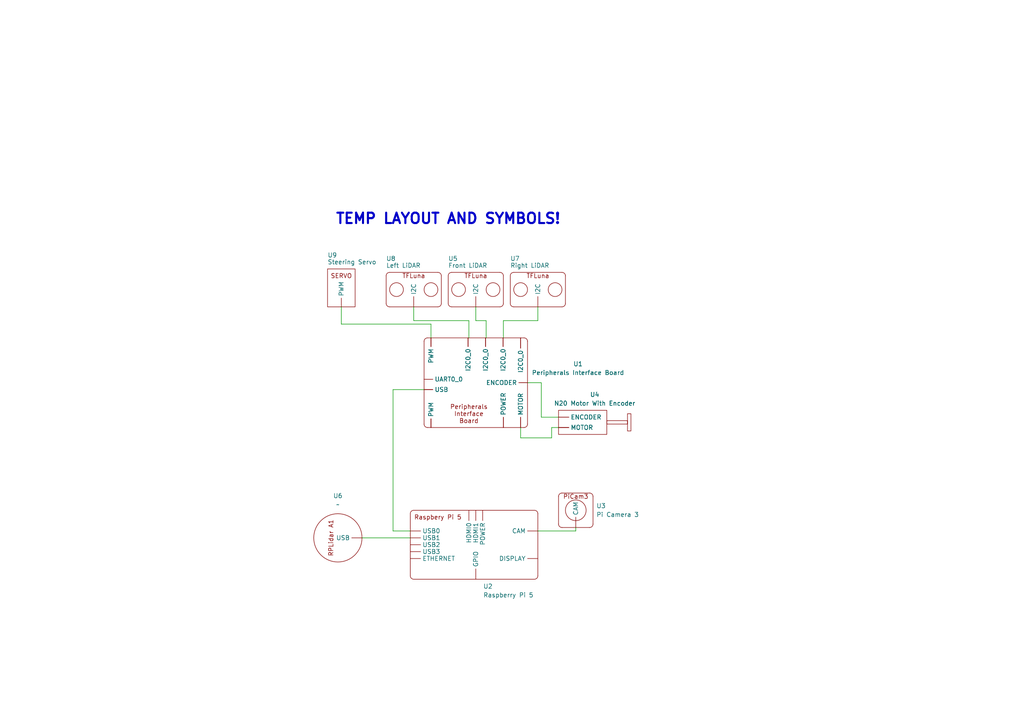
<source format=kicad_sch>
(kicad_sch
	(version 20250114)
	(generator "eeschema")
	(generator_version "9.0")
	(uuid "b1f9da1f-a7e3-4147-8ecc-fd2c587466e6")
	(paper "A4")
	(title_block
		(title "Vehicle Wiring Overview")
		(date "2025-08-17")
		(rev "1")
		(company "DIY Laboratories")
	)
	(lib_symbols
		(symbol "bot-symbols:Camera"
			(exclude_from_sim no)
			(in_bom yes)
			(on_board yes)
			(property "Reference" "U"
				(at -1 0 0)
				(effects
					(font
						(size 1.27 1.27)
					)
				)
			)
			(property "Value" ""
				(at 0 0 0)
				(effects
					(font
						(size 1.27 1.27)
					)
				)
			)
			(property "Footprint" ""
				(at 0 0 0)
				(effects
					(font
						(size 1.27 1.27)
					)
					(hide yes)
				)
			)
			(property "Datasheet" ""
				(at 0 0 0)
				(effects
					(font
						(size 1.27 1.27)
					)
					(hide yes)
				)
			)
			(property "Description" ""
				(at 0 0 0)
				(effects
					(font
						(size 1.27 1.27)
					)
					(hide yes)
				)
			)
			(symbol "Camera_0_1"
				(polyline
					(pts
						(xy 1 0) (xy 9 0)
					)
					(stroke
						(width 0)
						(type default)
					)
					(fill
						(type none)
					)
				)
				(arc
					(start 0 -1)
					(mid 0.2929 -0.2929)
					(end 1 0)
					(stroke
						(width 0)
						(type default)
					)
					(fill
						(type none)
					)
				)
				(arc
					(start 1 -10)
					(mid 0.2929 -9.7071)
					(end 0 -9)
					(stroke
						(width 0)
						(type default)
					)
					(fill
						(type none)
					)
				)
				(circle
					(center 5 -5)
					(radius 3)
					(stroke
						(width 0)
						(type default)
					)
					(fill
						(type none)
					)
				)
				(arc
					(start 9 0)
					(mid 9.7071 -0.2929)
					(end 10 -1)
					(stroke
						(width 0)
						(type default)
					)
					(fill
						(type none)
					)
				)
				(arc
					(start 10 -9)
					(mid 9.7071 -9.7071)
					(end 9 -10)
					(stroke
						(width 0)
						(type default)
					)
					(fill
						(type none)
					)
				)
				(polyline
					(pts
						(xy 9 -10) (xy 1 -10)
					)
					(stroke
						(width 0)
						(type default)
					)
					(fill
						(type none)
					)
				)
				(polyline
					(pts
						(xy 10 -1) (xy 10 -9)
					)
					(stroke
						(width 0)
						(type default)
					)
					(fill
						(type none)
					)
				)
			)
			(symbol "Camera_1_1"
				(polyline
					(pts
						(xy 0 -9) (xy 0 -1)
					)
					(stroke
						(width 0)
						(type default)
					)
					(fill
						(type none)
					)
				)
				(text "PiCam3"
					(at 5 -1 0)
					(effects
						(font
							(size 1.27 1.27)
						)
					)
				)
				(pin bidirectional line
					(at 5 -10 90)
					(length 3)
					(name "CAM"
						(effects
							(font
								(size 1.27 1.27)
							)
						)
					)
					(number ""
						(effects
							(font
								(size 1.27 1.27)
							)
						)
					)
				)
			)
			(embedded_fonts no)
		)
		(symbol "bot-symbols:LiDAR"
			(exclude_from_sim no)
			(in_bom yes)
			(on_board yes)
			(property "Reference" "U"
				(at -4 4 0)
				(effects
					(font
						(size 1.27 1.27)
					)
				)
			)
			(property "Value" ""
				(at 0 0 0)
				(effects
					(font
						(size 1.27 1.27)
					)
				)
			)
			(property "Footprint" ""
				(at 0 0 0)
				(effects
					(font
						(size 1.27 1.27)
					)
					(hide yes)
				)
			)
			(property "Datasheet" ""
				(at 0 0 0)
				(effects
					(font
						(size 1.27 1.27)
					)
					(hide yes)
				)
			)
			(property "Description" ""
				(at 0 0 0)
				(effects
					(font
						(size 1.27 1.27)
					)
					(hide yes)
				)
			)
			(symbol "LiDAR_0_1"
				(polyline
					(pts
						(xy -5 -6) (xy -5 2)
					)
					(stroke
						(width 0)
						(type default)
					)
					(fill
						(type none)
					)
				)
				(polyline
					(pts
						(xy -4 3) (xy 10 3)
					)
					(stroke
						(width 0)
						(type default)
					)
					(fill
						(type none)
					)
				)
				(arc
					(start -5 2)
					(mid -4.7071 2.7071)
					(end -4 3)
					(stroke
						(width 0)
						(type default)
					)
					(fill
						(type none)
					)
				)
				(arc
					(start -4 -7)
					(mid -4.7071 -6.7071)
					(end -5 -6)
					(stroke
						(width 0)
						(type default)
					)
					(fill
						(type none)
					)
				)
				(circle
					(center -2 -2)
					(radius 2)
					(stroke
						(width 0)
						(type default)
					)
					(fill
						(type none)
					)
				)
				(circle
					(center 8 -2)
					(radius 2)
					(stroke
						(width 0)
						(type default)
					)
					(fill
						(type none)
					)
				)
				(arc
					(start 10 3)
					(mid 10.7071 2.7071)
					(end 11 2)
					(stroke
						(width 0)
						(type default)
					)
					(fill
						(type none)
					)
				)
				(arc
					(start 11 -6)
					(mid 10.7071 -6.7071)
					(end 10 -7)
					(stroke
						(width 0)
						(type default)
					)
					(fill
						(type none)
					)
				)
				(polyline
					(pts
						(xy 10 -7) (xy -4 -7)
					)
					(stroke
						(width 0)
						(type default)
					)
					(fill
						(type none)
					)
				)
				(polyline
					(pts
						(xy 11 2) (xy 11 -6)
					)
					(stroke
						(width 0)
						(type default)
					)
					(fill
						(type none)
					)
				)
			)
			(symbol "LiDAR_1_1"
				(text "TFLuna"
					(at 3 2 0)
					(effects
						(font
							(size 1.27 1.27)
						)
					)
				)
				(pin bidirectional line
					(at 3 -7 90)
					(length 3)
					(name "I2C"
						(effects
							(font
								(size 1.27 1.27)
							)
						)
					)
					(number ""
						(effects
							(font
								(size 1.27 1.27)
							)
						)
					)
				)
			)
			(embedded_fonts no)
		)
		(symbol "bot-symbols:N20MotorEncoder"
			(exclude_from_sim no)
			(in_bom yes)
			(on_board yes)
			(property "Reference" "U"
				(at -2 -2 0)
				(effects
					(font
						(size 1.27 1.27)
					)
				)
			)
			(property "Value" ""
				(at 0 0 0)
				(effects
					(font
						(size 1.27 1.27)
					)
				)
			)
			(property "Footprint" ""
				(at 0 0 0)
				(effects
					(font
						(size 1.27 1.27)
					)
					(hide yes)
				)
			)
			(property "Datasheet" ""
				(at 0 0 0)
				(effects
					(font
						(size 1.27 1.27)
					)
					(hide yes)
				)
			)
			(property "Description" ""
				(at 0 0 0)
				(effects
					(font
						(size 1.27 1.27)
					)
					(hide yes)
				)
			)
			(symbol "N20MotorEncoder_0_1"
				(rectangle
					(start -9 -4)
					(end -10 -9)
					(stroke
						(width 0)
						(type default)
					)
					(fill
						(type none)
					)
				)
				(rectangle
					(start -9 -6)
					(end -3 -7)
					(stroke
						(width 0)
						(type default)
					)
					(fill
						(type none)
					)
				)
				(rectangle
					(start -3 -3)
					(end 11 -10)
					(stroke
						(width 0)
						(type default)
					)
					(fill
						(type none)
					)
				)
			)
			(symbol "N20MotorEncoder_1_1"
				(pin output line
					(at 11 -5 180)
					(length 3)
					(name "ENCODER"
						(effects
							(font
								(size 1.27 1.27)
							)
						)
					)
					(number ""
						(effects
							(font
								(size 1.27 1.27)
							)
						)
					)
				)
				(pin power_in line
					(at 11 -8 180)
					(length 3)
					(name "MOTOR"
						(effects
							(font
								(size 1.27 1.27)
							)
						)
					)
					(number ""
						(effects
							(font
								(size 1.27 1.27)
							)
						)
					)
				)
			)
			(embedded_fonts no)
		)
		(symbol "bot-symbols:RPLidar"
			(exclude_from_sim no)
			(in_bom yes)
			(on_board yes)
			(property "Reference" "U"
				(at 0 0 0)
				(effects
					(font
						(size 1.27 1.27)
					)
				)
			)
			(property "Value" ""
				(at 0 0 0)
				(effects
					(font
						(size 1.27 1.27)
					)
				)
			)
			(property "Footprint" ""
				(at 0 0 0)
				(effects
					(font
						(size 1.27 1.27)
					)
					(hide yes)
				)
			)
			(property "Datasheet" ""
				(at 0 0 0)
				(effects
					(font
						(size 1.27 1.27)
					)
					(hide yes)
				)
			)
			(property "Description" ""
				(at 0 0 0)
				(effects
					(font
						(size 1.27 1.27)
					)
					(hide yes)
				)
			)
			(symbol "RPLidar_0_1"
				(circle
					(center 14 0)
					(radius 7)
					(stroke
						(width 0)
						(type default)
					)
					(fill
						(type none)
					)
				)
			)
			(symbol "RPLidar_1_1"
				(text "RPLidar A1\n"
					(at 14 2 0)
					(effects
						(font
							(size 1.27 1.27)
						)
					)
				)
				(pin bidirectional line
					(at 14 -7 90)
					(length 3)
					(name "USB"
						(effects
							(font
								(size 1.27 1.27)
							)
						)
					)
					(number ""
						(effects
							(font
								(size 1.27 1.27)
							)
						)
					)
				)
			)
			(embedded_fonts no)
		)
		(symbol "bot-symbols:Raspberry_Pi"
			(exclude_from_sim no)
			(in_bom yes)
			(on_board yes)
			(property "Reference" "U"
				(at 42 0 0)
				(effects
					(font
						(size 1.27 1.27)
					)
				)
			)
			(property "Value" ""
				(at 0 0 0)
				(effects
					(font
						(size 1.27 1.27)
					)
				)
			)
			(property "Footprint" ""
				(at 0 0 0)
				(effects
					(font
						(size 1.27 1.27)
					)
					(hide yes)
				)
			)
			(property "Datasheet" ""
				(at 0 0 0)
				(effects
					(font
						(size 1.27 1.27)
					)
					(hide yes)
				)
			)
			(property "Description" ""
				(at 0 0 0)
				(effects
					(font
						(size 1.27 1.27)
					)
					(hide yes)
				)
			)
			(symbol "Raspberry_Pi_0_1"
				(arc
					(start 0 -2)
					(mid 0 -2)
					(end 0 -2)
					(stroke
						(width 0)
						(type default)
					)
					(fill
						(type none)
					)
				)
				(polyline
					(pts
						(xy 0 -19) (xy 0 -1)
					)
					(stroke
						(width 0)
						(type default)
					)
					(fill
						(type none)
					)
				)
				(polyline
					(pts
						(xy 1 0) (xy 36 0)
					)
					(stroke
						(width 0)
						(type default)
					)
					(fill
						(type none)
					)
				)
				(arc
					(start 0 -1)
					(mid 0.2929 -0.2929)
					(end 1 0)
					(stroke
						(width 0)
						(type default)
					)
					(fill
						(type none)
					)
				)
				(arc
					(start 1 -20)
					(mid 0.2929 -19.7071)
					(end 0 -19)
					(stroke
						(width 0)
						(type default)
					)
					(fill
						(type none)
					)
				)
				(arc
					(start 36 0)
					(mid 36.7071 -0.2929)
					(end 37 -1)
					(stroke
						(width 0)
						(type default)
					)
					(fill
						(type none)
					)
				)
				(arc
					(start 37 -19)
					(mid 36.7071 -19.7071)
					(end 36 -20)
					(stroke
						(width 0)
						(type default)
					)
					(fill
						(type none)
					)
				)
				(polyline
					(pts
						(xy 36 -20) (xy 1 -20)
					)
					(stroke
						(width 0)
						(type default)
					)
					(fill
						(type none)
					)
				)
				(polyline
					(pts
						(xy 37 -1) (xy 37 -19)
					)
					(stroke
						(width 0)
						(type default)
					)
					(fill
						(type none)
					)
				)
			)
			(symbol "Raspberry_Pi_1_1"
				(text "Raspbery Pi 5"
					(at 8 -2 0)
					(effects
						(font
							(size 1.27 1.27)
						)
					)
				)
				(pin bidirectional line
					(at 0 -6 0)
					(length 3)
					(name "USB0"
						(effects
							(font
								(size 1.27 1.27)
							)
						)
					)
					(number ""
						(effects
							(font
								(size 1.27 1.27)
							)
						)
					)
				)
				(pin bidirectional line
					(at 0 -8 0)
					(length 3)
					(name "USB1"
						(effects
							(font
								(size 1.27 1.27)
							)
						)
					)
					(number ""
						(effects
							(font
								(size 1.27 1.27)
							)
						)
					)
				)
				(pin bidirectional line
					(at 0 -10 0)
					(length 3)
					(name "USB2"
						(effects
							(font
								(size 1.27 1.27)
							)
						)
					)
					(number ""
						(effects
							(font
								(size 1.27 1.27)
							)
						)
					)
				)
				(pin bidirectional line
					(at 0 -12 0)
					(length 3)
					(name "USB3"
						(effects
							(font
								(size 1.27 1.27)
							)
						)
					)
					(number ""
						(effects
							(font
								(size 1.27 1.27)
							)
						)
					)
				)
				(pin bidirectional line
					(at 0 -14 0)
					(length 3)
					(name "ETHERNET"
						(effects
							(font
								(size 1.27 1.27)
							)
						)
					)
					(number ""
						(effects
							(font
								(size 1.27 1.27)
							)
						)
					)
				)
				(pin bidirectional line
					(at 17 0 270)
					(length 3)
					(name "HDMI0"
						(effects
							(font
								(size 1.27 1.27)
							)
						)
					)
					(number ""
						(effects
							(font
								(size 1.27 1.27)
							)
						)
					)
				)
				(pin bidirectional line
					(at 19 0 270)
					(length 3)
					(name "HDMI1"
						(effects
							(font
								(size 1.27 1.27)
							)
						)
					)
					(number ""
						(effects
							(font
								(size 1.27 1.27)
							)
						)
					)
				)
				(pin bidirectional line
					(at 19 -20 90)
					(length 3)
					(name "GPIO"
						(effects
							(font
								(size 1.27 1.27)
							)
						)
					)
					(number ""
						(effects
							(font
								(size 1.27 1.27)
							)
						)
					)
				)
				(pin bidirectional line
					(at 21 0 270)
					(length 3)
					(name "POWER"
						(effects
							(font
								(size 1.27 1.27)
							)
						)
					)
					(number ""
						(effects
							(font
								(size 1.27 1.27)
							)
						)
					)
				)
				(pin bidirectional line
					(at 37 -6 180)
					(length 3)
					(name "CAM"
						(effects
							(font
								(size 1.27 1.27)
							)
						)
					)
					(number ""
						(effects
							(font
								(size 1.27 1.27)
							)
						)
					)
				)
				(pin bidirectional line
					(at 37 -14 180)
					(length 3)
					(name "DISPLAY"
						(effects
							(font
								(size 1.27 1.27)
							)
						)
					)
					(number ""
						(effects
							(font
								(size 1.27 1.27)
							)
						)
					)
				)
			)
			(embedded_fonts no)
		)
		(symbol "bot-symbols:Servo"
			(exclude_from_sim no)
			(in_bom yes)
			(on_board yes)
			(property "Reference" "U"
				(at -3 3 0)
				(effects
					(font
						(size 1.27 1.27)
					)
				)
			)
			(property "Value" ""
				(at 0 0 0)
				(effects
					(font
						(size 1.27 1.27)
					)
				)
			)
			(property "Footprint" ""
				(at 0 0 0)
				(effects
					(font
						(size 1.27 1.27)
					)
					(hide yes)
				)
			)
			(property "Datasheet" ""
				(at 0 0 0)
				(effects
					(font
						(size 1.27 1.27)
					)
					(hide yes)
				)
			)
			(property "Description" ""
				(at 0 0 0)
				(effects
					(font
						(size 1.27 1.27)
					)
					(hide yes)
				)
			)
			(symbol "Servo_0_1"
				(rectangle
					(start -3 2)
					(end 5 -9)
					(stroke
						(width 0)
						(type default)
					)
					(fill
						(type none)
					)
				)
			)
			(symbol "Servo_1_1"
				(text "SERVO"
					(at 1 0 0)
					(effects
						(font
							(size 1.27 1.27)
						)
					)
				)
				(pin input line
					(at 1 -9 90)
					(length 2.54)
					(name "PWM"
						(effects
							(font
								(size 1.27 1.27)
							)
						)
					)
					(number ""
						(effects
							(font
								(size 1.27 1.27)
							)
						)
					)
				)
			)
			(embedded_fonts no)
		)
		(symbol "bot-symbols:peripherals-interface-board"
			(exclude_from_sim no)
			(in_bom yes)
			(on_board yes)
			(property "Reference" "U"
				(at 12 0 0)
				(effects
					(font
						(size 1.27 1.27)
					)
				)
			)
			(property "Value" ""
				(at 0 0 0)
				(effects
					(font
						(size 1.27 1.27)
					)
				)
			)
			(property "Footprint" ""
				(at 0 0 0)
				(effects
					(font
						(size 1.27 1.27)
					)
					(hide yes)
				)
			)
			(property "Datasheet" ""
				(at 0 0 0)
				(effects
					(font
						(size 1.27 1.27)
					)
					(hide yes)
				)
			)
			(property "Description" ""
				(at 0 0 0)
				(effects
					(font
						(size 1.27 1.27)
					)
					(hide yes)
				)
			)
			(symbol "peripherals-interface-board_0_1"
				(polyline
					(pts
						(xy 0 -25) (xy 0 -1)
					)
					(stroke
						(width 0)
						(type default)
					)
					(fill
						(type none)
					)
				)
				(polyline
					(pts
						(xy 1 0) (xy 29 0)
					)
					(stroke
						(width 0)
						(type default)
					)
					(fill
						(type none)
					)
				)
				(arc
					(start 0 -1)
					(mid 0.2929 -0.2929)
					(end 1 0)
					(stroke
						(width 0)
						(type default)
					)
					(fill
						(type none)
					)
				)
				(arc
					(start 1 -26)
					(mid 0.2929 -25.7071)
					(end 0 -25)
					(stroke
						(width 0)
						(type default)
					)
					(fill
						(type none)
					)
				)
				(arc
					(start 29 0)
					(mid 29.7071 -0.2929)
					(end 30 -1)
					(stroke
						(width 0)
						(type default)
					)
					(fill
						(type none)
					)
				)
				(arc
					(start 30 -25)
					(mid 29.7071 -25.7071)
					(end 29 -26)
					(stroke
						(width 0)
						(type default)
					)
					(fill
						(type none)
					)
				)
				(polyline
					(pts
						(xy 29 -26) (xy 1 -26)
					)
					(stroke
						(width 0)
						(type default)
					)
					(fill
						(type none)
					)
				)
				(polyline
					(pts
						(xy 30 -1) (xy 30 -25)
					)
					(stroke
						(width 0)
						(type default)
					)
					(fill
						(type none)
					)
				)
			)
			(symbol "peripherals-interface-board_1_1"
				(text "Peripherals\nInterface\nBoard\n"
					(at 13 -22 0)
					(effects
						(font
							(size 1.27 1.27)
						)
					)
				)
				(pin bidirectional line
					(at 0 -12 0)
					(length 2.54)
					(name "UART0_0"
						(effects
							(font
								(size 1.27 1.27)
							)
						)
					)
					(number ""
						(effects
							(font
								(size 1.27 1.27)
							)
						)
					)
				)
				(pin bidirectional line
					(at 0 -15 0)
					(length 2.54)
					(name "USB"
						(effects
							(font
								(size 1.27 1.27)
							)
						)
					)
					(number ""
						(effects
							(font
								(size 1.27 1.27)
							)
						)
					)
				)
				(pin bidirectional line
					(at 2 0 270)
					(length 2.54)
					(name "PWM"
						(effects
							(font
								(size 1.27 1.27)
							)
						)
					)
					(number ""
						(effects
							(font
								(size 1.27 1.27)
							)
						)
					)
				)
				(pin bidirectional line
					(at 2 -26 90)
					(length 2.54)
					(name "PWM"
						(effects
							(font
								(size 1.27 1.27)
							)
						)
					)
					(number ""
						(effects
							(font
								(size 1.27 1.27)
							)
						)
					)
				)
				(pin bidirectional line
					(at 12.76 0 270)
					(length 2.54)
					(name "I2C0_0"
						(effects
							(font
								(size 1.27 1.27)
							)
						)
					)
					(number ""
						(effects
							(font
								(size 1.27 1.27)
							)
						)
					)
				)
				(pin bidirectional line
					(at 17.84 0 270)
					(length 2.54)
					(name "I2C0_0"
						(effects
							(font
								(size 1.27 1.27)
							)
						)
					)
					(number ""
						(effects
							(font
								(size 1.27 1.27)
							)
						)
					)
				)
				(pin bidirectional line
					(at 22.92 0 270)
					(length 2.54)
					(name "I2C0_0"
						(effects
							(font
								(size 1.27 1.27)
							)
						)
					)
					(number ""
						(effects
							(font
								(size 1.27 1.27)
							)
						)
					)
				)
				(pin bidirectional line
					(at 23 -26 90)
					(length 3)
					(name "POWER"
						(effects
							(font
								(size 1.27 1.27)
							)
						)
					)
					(number ""
						(effects
							(font
								(size 1.27 1.27)
							)
						)
					)
				)
				(pin bidirectional line
					(at 28 0 270)
					(length 3)
					(name "I2C0_0"
						(effects
							(font
								(size 1.27 1.27)
							)
						)
					)
					(number ""
						(effects
							(font
								(size 1.27 1.27)
							)
						)
					)
				)
				(pin bidirectional line
					(at 28 -26 90)
					(length 3)
					(name "MOTOR"
						(effects
							(font
								(size 1.27 1.27)
							)
						)
					)
					(number ""
						(effects
							(font
								(size 1.27 1.27)
							)
						)
					)
				)
				(pin input line
					(at 30 -13 180)
					(length 2.54)
					(name "ENCODER"
						(effects
							(font
								(size 1.27 1.27)
							)
						)
					)
					(number ""
						(effects
							(font
								(size 1.27 1.27)
							)
						)
					)
				)
			)
			(embedded_fonts no)
		)
	)
	(text "TEMP LAYOUT AND SYMBOLS!\n\n"
		(exclude_from_sim no)
		(at 130 66 0)
		(effects
			(font
				(size 3 3)
				(thickness 0.6)
				(bold yes)
			)
		)
		(uuid "da1552da-fa82-4b10-aaff-bed8209172e8")
	)
	(wire
		(pts
			(xy 156 154) (xy 167 154)
		)
		(stroke
			(width 0)
			(type default)
		)
		(uuid "0beaf136-e52b-4cf6-96f9-b4ffa5cdda10")
	)
	(wire
		(pts
			(xy 156 93) (xy 146 93)
		)
		(stroke
			(width 0)
			(type default)
		)
		(uuid "17560b96-6ab4-46c5-bb2e-30d635a4e01e")
	)
	(wire
		(pts
			(xy 162 121) (xy 157 121)
		)
		(stroke
			(width 0)
			(type default)
		)
		(uuid "2ff05e12-9087-4ef7-9804-87f23b498d6d")
	)
	(wire
		(pts
			(xy 125 94) (xy 125 98)
		)
		(stroke
			(width 0)
			(type default)
		)
		(uuid "3a6841d1-c824-4573-82f3-ea9a003319a8")
	)
	(wire
		(pts
			(xy 136 93) (xy 120 93)
		)
		(stroke
			(width 0)
			(type default)
		)
		(uuid "3b1fdc3b-0bf9-45d8-b855-4ed8d205b9f9")
	)
	(wire
		(pts
			(xy 114 154) (xy 119 154)
		)
		(stroke
			(width 0)
			(type default)
		)
		(uuid "441d6de9-a7f2-4d7a-bc17-0e77df11cb38")
	)
	(wire
		(pts
			(xy 120 93) (xy 120 89)
		)
		(stroke
			(width 0)
			(type default)
		)
		(uuid "4d453600-37e1-43d2-a78a-ea2a36d460a0")
	)
	(wire
		(pts
			(xy 160 124) (xy 162 124)
		)
		(stroke
			(width 0)
			(type default)
		)
		(uuid "4f476e4d-68e8-455e-9ffc-465956bf36e1")
	)
	(wire
		(pts
			(xy 114 113) (xy 123 113)
		)
		(stroke
			(width 0)
			(type default)
		)
		(uuid "58920818-c5f2-4139-8f70-56e33e0c3b02")
	)
	(wire
		(pts
			(xy 151 127) (xy 160 127)
		)
		(stroke
			(width 0)
			(type default)
		)
		(uuid "5b22713c-e3ac-4f44-ac91-a61392af843a")
	)
	(wire
		(pts
			(xy 167 153) (xy 167 154)
		)
		(stroke
			(width 0)
			(type default)
		)
		(uuid "5c111eab-d045-40c0-9d6b-5928da98e431")
	)
	(wire
		(pts
			(xy 99 94) (xy 125 94)
		)
		(stroke
			(width 0)
			(type default)
		)
		(uuid "6f268cbb-71eb-412d-869b-38f0ae05789b")
	)
	(wire
		(pts
			(xy 105 156) (xy 119 156)
		)
		(stroke
			(width 0)
			(type default)
		)
		(uuid "7d6371d5-1301-47a7-b52e-0529e6ef45d4")
	)
	(wire
		(pts
			(xy 141 93) (xy 141 98)
		)
		(stroke
			(width 0)
			(type default)
		)
		(uuid "81003c41-b6ab-4db0-b76a-16b2a7b2d616")
	)
	(wire
		(pts
			(xy 146 93) (xy 146 98)
		)
		(stroke
			(width 0)
			(type default)
		)
		(uuid "83c6a08c-f4db-4345-a978-59e1ed860a4d")
	)
	(wire
		(pts
			(xy 136 98) (xy 136 93)
		)
		(stroke
			(width 0)
			(type default)
		)
		(uuid "8565082a-d443-40c4-bdd8-93bdfb418bc1")
	)
	(wire
		(pts
			(xy 157 121) (xy 157 111)
		)
		(stroke
			(width 0)
			(type default)
		)
		(uuid "91d36ad0-75e9-4fb9-917d-5c70a9041ad7")
	)
	(wire
		(pts
			(xy 138 89) (xy 138 93)
		)
		(stroke
			(width 0)
			(type default)
		)
		(uuid "98ddf86a-41f8-4dc3-bb0d-df99e47d40b9")
	)
	(wire
		(pts
			(xy 160 127) (xy 160 124)
		)
		(stroke
			(width 0)
			(type default)
		)
		(uuid "a1407dda-324d-426f-b912-8eb8717ce1b0")
	)
	(wire
		(pts
			(xy 156 89) (xy 156 93)
		)
		(stroke
			(width 0)
			(type default)
		)
		(uuid "abd82c02-acd4-45a9-9f3e-dda9666e8681")
	)
	(wire
		(pts
			(xy 151 124) (xy 151 127)
		)
		(stroke
			(width 0)
			(type default)
		)
		(uuid "b77308bb-eb83-4d52-b91b-42fb2e574e9d")
	)
	(wire
		(pts
			(xy 138 93) (xy 141 93)
		)
		(stroke
			(width 0)
			(type default)
		)
		(uuid "db311016-6042-42a8-bb8c-a7df3dea48b0")
	)
	(wire
		(pts
			(xy 157 111) (xy 153 111)
		)
		(stroke
			(width 0)
			(type default)
		)
		(uuid "e6d9e81b-3539-42f3-819f-5a1e7aad5c43")
	)
	(wire
		(pts
			(xy 99 89) (xy 99 94)
		)
		(stroke
			(width 0)
			(type default)
		)
		(uuid "f1d562dd-00e3-499b-890f-5fedab38cae3")
	)
	(wire
		(pts
			(xy 114 113) (xy 114 154)
		)
		(stroke
			(width 0)
			(type default)
		)
		(uuid "f8781207-d813-4c41-a03e-789cf6ef703f")
	)
	(symbol
		(lib_id "bot-symbols:Servo")
		(at 98 80 0)
		(unit 1)
		(exclude_from_sim no)
		(in_bom yes)
		(on_board yes)
		(dnp no)
		(uuid "24eba0b4-91a3-4567-bda0-15933b926efa")
		(property "Reference" "U9"
			(at 95 74 0)
			(effects
				(font
					(size 1.27 1.27)
				)
				(justify left)
			)
		)
		(property "Value" "Steering Servo"
			(at 95 76 0)
			(effects
				(font
					(size 1.27 1.27)
				)
				(justify left)
			)
		)
		(property "Footprint" ""
			(at 98 80 0)
			(effects
				(font
					(size 1.27 1.27)
				)
				(hide yes)
			)
		)
		(property "Datasheet" ""
			(at 98 80 0)
			(effects
				(font
					(size 1.27 1.27)
				)
				(hide yes)
			)
		)
		(property "Description" ""
			(at 98 80 0)
			(effects
				(font
					(size 1.27 1.27)
				)
				(hide yes)
			)
		)
		(pin ""
			(uuid "02868b33-0d6a-4211-8e34-ecffdd60f552")
		)
		(instances
			(project ""
				(path "/b1f9da1f-a7e3-4147-8ecc-fd2c587466e6"
					(reference "U9")
					(unit 1)
				)
			)
		)
	)
	(symbol
		(lib_id "bot-symbols:N20MotorEncoder")
		(at 173 116 0)
		(mirror y)
		(unit 1)
		(exclude_from_sim no)
		(in_bom yes)
		(on_board yes)
		(dnp no)
		(uuid "292ac7f6-0335-4cf9-b6c5-fe9421d04d9d")
		(property "Reference" "U4"
			(at 172.5 114.45 0)
			(effects
				(font
					(size 1.27 1.27)
				)
			)
		)
		(property "Value" "N20 Motor With Encoder"
			(at 172.5 116.99 0)
			(effects
				(font
					(size 1.27 1.27)
				)
			)
		)
		(property "Footprint" ""
			(at 173 116 0)
			(effects
				(font
					(size 1.27 1.27)
				)
				(hide yes)
			)
		)
		(property "Datasheet" ""
			(at 173 116 0)
			(effects
				(font
					(size 1.27 1.27)
				)
				(hide yes)
			)
		)
		(property "Description" ""
			(at 173 116 0)
			(effects
				(font
					(size 1.27 1.27)
				)
				(hide yes)
			)
		)
		(pin ""
			(uuid "68b57653-3c5d-425d-bada-69e02aaae269")
		)
		(pin ""
			(uuid "7f208fc0-3c8d-460a-94c3-6fcdf834c78c")
		)
		(instances
			(project ""
				(path "/b1f9da1f-a7e3-4147-8ecc-fd2c587466e6"
					(reference "U4")
					(unit 1)
				)
			)
		)
	)
	(symbol
		(lib_id "bot-symbols:Camera")
		(at 162 143 0)
		(unit 1)
		(exclude_from_sim no)
		(in_bom yes)
		(on_board yes)
		(dnp no)
		(fields_autoplaced yes)
		(uuid "48ccf9a6-4f55-4ea4-9b6d-aabf19b7b3e5")
		(property "Reference" "U3"
			(at 172.96 146.7191 0)
			(effects
				(font
					(size 1.27 1.27)
				)
				(justify left)
			)
		)
		(property "Value" "Pi Camera 3"
			(at 172.96 149.2591 0)
			(effects
				(font
					(size 1.27 1.27)
				)
				(justify left)
			)
		)
		(property "Footprint" ""
			(at 162 143 0)
			(effects
				(font
					(size 1.27 1.27)
				)
				(hide yes)
			)
		)
		(property "Datasheet" ""
			(at 162 143 0)
			(effects
				(font
					(size 1.27 1.27)
				)
				(hide yes)
			)
		)
		(property "Description" ""
			(at 162 143 0)
			(effects
				(font
					(size 1.27 1.27)
				)
				(hide yes)
			)
		)
		(pin ""
			(uuid "8d901027-34c2-4c72-9cb1-6d6f1b8f9934")
		)
		(instances
			(project ""
				(path "/b1f9da1f-a7e3-4147-8ecc-fd2c587466e6"
					(reference "U3")
					(unit 1)
				)
			)
		)
	)
	(symbol
		(lib_id "bot-symbols:LiDAR")
		(at 153 82 0)
		(unit 1)
		(exclude_from_sim no)
		(in_bom yes)
		(on_board yes)
		(dnp no)
		(uuid "54ea2c1d-3ec1-434c-84fa-b29c64a444b4")
		(property "Reference" "U7"
			(at 148 75 0)
			(effects
				(font
					(size 1.27 1.27)
				)
				(justify left)
			)
		)
		(property "Value" "Right LiDAR"
			(at 148 77 0)
			(effects
				(font
					(size 1.27 1.27)
				)
				(justify left)
			)
		)
		(property "Footprint" ""
			(at 153 82 0)
			(effects
				(font
					(size 1.27 1.27)
				)
				(hide yes)
			)
		)
		(property "Datasheet" ""
			(at 153 82 0)
			(effects
				(font
					(size 1.27 1.27)
				)
				(hide yes)
			)
		)
		(property "Description" ""
			(at 153 82 0)
			(effects
				(font
					(size 1.27 1.27)
				)
				(hide yes)
			)
		)
		(pin ""
			(uuid "271fd349-ae08-4d83-9920-ccfb96b08e17")
		)
		(instances
			(project "vehicle-schematic"
				(path "/b1f9da1f-a7e3-4147-8ecc-fd2c587466e6"
					(reference "U7")
					(unit 1)
				)
			)
		)
	)
	(symbol
		(lib_id "bot-symbols:Raspberry_Pi")
		(at 119 148 0)
		(unit 1)
		(exclude_from_sim no)
		(in_bom yes)
		(on_board yes)
		(dnp no)
		(fields_autoplaced yes)
		(uuid "6e9f29fc-ccd9-45d7-847f-c01560259958")
		(property "Reference" "U2"
			(at 140.1433 170.06 0)
			(effects
				(font
					(size 1.27 1.27)
				)
				(justify left)
			)
		)
		(property "Value" "Raspberry Pi 5"
			(at 140.1433 172.6 0)
			(effects
				(font
					(size 1.27 1.27)
				)
				(justify left)
			)
		)
		(property "Footprint" ""
			(at 119 148 0)
			(effects
				(font
					(size 1.27 1.27)
				)
				(hide yes)
			)
		)
		(property "Datasheet" ""
			(at 119 148 0)
			(effects
				(font
					(size 1.27 1.27)
				)
				(hide yes)
			)
		)
		(property "Description" ""
			(at 119 148 0)
			(effects
				(font
					(size 1.27 1.27)
				)
				(hide yes)
			)
		)
		(pin ""
			(uuid "4ab53455-6687-4ef5-8e3e-21594f874fc8")
		)
		(pin ""
			(uuid "a375e9fd-bc26-496e-9dad-9a068718ef7f")
		)
		(pin ""
			(uuid "62e69a0e-eebb-4baa-b580-29e98e9ba01e")
		)
		(pin ""
			(uuid "4d49e2ce-b3af-4329-b528-b84895bfd2af")
		)
		(pin ""
			(uuid "4df3c634-062b-4555-bf67-f8435bfaa36f")
		)
		(pin ""
			(uuid "de4e280d-e665-4735-926b-c3e0c51c508f")
		)
		(pin ""
			(uuid "396633ea-a319-4ca2-841c-2b9c22a2db2d")
		)
		(pin ""
			(uuid "540c2254-41e3-412e-aa4f-dda33212f208")
		)
		(pin ""
			(uuid "a2ab6a20-4a74-4d67-aec8-4ca62999e89e")
		)
		(pin ""
			(uuid "c74a0810-b08b-485a-a794-f98aa38acfaf")
		)
		(pin ""
			(uuid "0d361299-655e-42aa-9835-d20c5101aa4a")
		)
		(instances
			(project ""
				(path "/b1f9da1f-a7e3-4147-8ecc-fd2c587466e6"
					(reference "U2")
					(unit 1)
				)
			)
		)
	)
	(symbol
		(lib_id "bot-symbols:LiDAR")
		(at 117 82 0)
		(unit 1)
		(exclude_from_sim no)
		(in_bom yes)
		(on_board yes)
		(dnp no)
		(uuid "95f0f7cd-2fca-4e6a-82f6-e02e10533f5d")
		(property "Reference" "U8"
			(at 112 75 0)
			(effects
				(font
					(size 1.27 1.27)
				)
				(justify left)
			)
		)
		(property "Value" "Left LiDAR"
			(at 112 77 0)
			(effects
				(font
					(size 1.27 1.27)
				)
				(justify left)
			)
		)
		(property "Footprint" ""
			(at 117 82 0)
			(effects
				(font
					(size 1.27 1.27)
				)
				(hide yes)
			)
		)
		(property "Datasheet" ""
			(at 117 82 0)
			(effects
				(font
					(size 1.27 1.27)
				)
				(hide yes)
			)
		)
		(property "Description" ""
			(at 117 82 0)
			(effects
				(font
					(size 1.27 1.27)
				)
				(hide yes)
			)
		)
		(pin ""
			(uuid "f39f2a4b-6e3f-4c41-b2b9-b7fdaf99dba0")
		)
		(instances
			(project "vehicle-schematic"
				(path "/b1f9da1f-a7e3-4147-8ecc-fd2c587466e6"
					(reference "U8")
					(unit 1)
				)
			)
		)
	)
	(symbol
		(lib_id "bot-symbols:peripherals-interface-board")
		(at 123 98 0)
		(unit 1)
		(exclude_from_sim no)
		(in_bom yes)
		(on_board yes)
		(dnp no)
		(fields_autoplaced yes)
		(uuid "e31eceac-1f84-466a-943d-ec928274156b")
		(property "Reference" "U1"
			(at 167.65 105.5546 0)
			(effects
				(font
					(size 1.27 1.27)
				)
			)
		)
		(property "Value" "Peripherals Interface Board"
			(at 167.65 108.0946 0)
			(effects
				(font
					(size 1.27 1.27)
				)
			)
		)
		(property "Footprint" ""
			(at 123 98 0)
			(effects
				(font
					(size 1.27 1.27)
				)
				(hide yes)
			)
		)
		(property "Datasheet" ""
			(at 123 98 0)
			(effects
				(font
					(size 1.27 1.27)
				)
				(hide yes)
			)
		)
		(property "Description" ""
			(at 123 98 0)
			(effects
				(font
					(size 1.27 1.27)
				)
				(hide yes)
			)
		)
		(pin ""
			(uuid "0352d4cc-7fa6-4e13-95b6-242fefce6c8d")
		)
		(pin ""
			(uuid "d8715137-4c20-4685-bd54-62c7c3147854")
		)
		(pin ""
			(uuid "420aa91a-98cc-4780-8285-2f8c2ebe488c")
		)
		(pin ""
			(uuid "1303b394-5a6a-407b-a595-ed5badc457cf")
		)
		(pin ""
			(uuid "bc373ab2-76f2-4064-8bba-7a6b28e97ca3")
		)
		(pin ""
			(uuid "6b02e7b2-a7c3-42c1-ae0a-e6315f539004")
		)
		(pin ""
			(uuid "d05afa2c-46a0-4ab8-868c-98db3c8246e5")
		)
		(pin ""
			(uuid "a56079bc-e03f-4620-84b7-7bea125e5b58")
		)
		(pin ""
			(uuid "e0057e60-e73a-4af3-9799-da14b766b0cc")
		)
		(pin ""
			(uuid "9931b5a4-c462-49bc-834c-606e2d896af2")
		)
		(pin ""
			(uuid "7de276b7-3228-4d81-ad7e-7499d28db8fa")
		)
		(instances
			(project "vehicle-schematic"
				(path "/b1f9da1f-a7e3-4147-8ecc-fd2c587466e6"
					(reference "U1")
					(unit 1)
				)
			)
		)
	)
	(symbol
		(lib_id "bot-symbols:RPLidar")
		(at 98 170 90)
		(unit 1)
		(exclude_from_sim no)
		(in_bom yes)
		(on_board yes)
		(dnp no)
		(fields_autoplaced yes)
		(uuid "fa762d1e-c178-4054-a04d-3f256a1567e6")
		(property "Reference" "U6"
			(at 98 143.81 90)
			(effects
				(font
					(size 1.27 1.27)
				)
			)
		)
		(property "Value" "~"
			(at 98 146.35 90)
			(effects
				(font
					(size 1.27 1.27)
				)
			)
		)
		(property "Footprint" ""
			(at 98 170 0)
			(effects
				(font
					(size 1.27 1.27)
				)
				(hide yes)
			)
		)
		(property "Datasheet" ""
			(at 98 170 0)
			(effects
				(font
					(size 1.27 1.27)
				)
				(hide yes)
			)
		)
		(property "Description" ""
			(at 98 170 0)
			(effects
				(font
					(size 1.27 1.27)
				)
				(hide yes)
			)
		)
		(pin ""
			(uuid "974ad799-20d2-47f5-a911-9eb57bf0f440")
		)
		(instances
			(project ""
				(path "/b1f9da1f-a7e3-4147-8ecc-fd2c587466e6"
					(reference "U6")
					(unit 1)
				)
			)
		)
	)
	(symbol
		(lib_id "bot-symbols:LiDAR")
		(at 135 82 0)
		(unit 1)
		(exclude_from_sim no)
		(in_bom yes)
		(on_board yes)
		(dnp no)
		(uuid "fc4c37a1-e171-4801-a54e-cbc1aedb41ad")
		(property "Reference" "U5"
			(at 130 75 0)
			(effects
				(font
					(size 1.27 1.27)
				)
				(justify left)
			)
		)
		(property "Value" "Front LiDAR"
			(at 130 77 0)
			(effects
				(font
					(size 1.27 1.27)
				)
				(justify left)
			)
		)
		(property "Footprint" ""
			(at 135 82 0)
			(effects
				(font
					(size 1.27 1.27)
				)
				(hide yes)
			)
		)
		(property "Datasheet" ""
			(at 135 82 0)
			(effects
				(font
					(size 1.27 1.27)
				)
				(hide yes)
			)
		)
		(property "Description" ""
			(at 135 82 0)
			(effects
				(font
					(size 1.27 1.27)
				)
				(hide yes)
			)
		)
		(pin ""
			(uuid "84f7a370-8803-4f56-98cd-bdad83439e1e")
		)
		(instances
			(project ""
				(path "/b1f9da1f-a7e3-4147-8ecc-fd2c587466e6"
					(reference "U5")
					(unit 1)
				)
			)
		)
	)
	(sheet_instances
		(path "/"
			(page "1")
		)
	)
	(embedded_fonts no)
)

</source>
